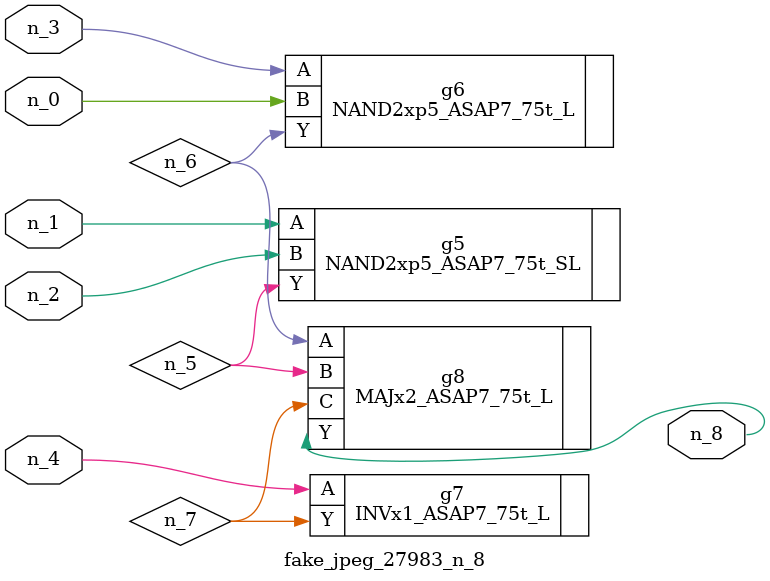
<source format=v>
module fake_jpeg_27983_n_8 (n_3, n_2, n_1, n_0, n_4, n_8);

input n_3;
input n_2;
input n_1;
input n_0;
input n_4;

output n_8;

wire n_6;
wire n_5;
wire n_7;

NAND2xp5_ASAP7_75t_SL g5 ( 
.A(n_1),
.B(n_2),
.Y(n_5)
);

NAND2xp5_ASAP7_75t_L g6 ( 
.A(n_3),
.B(n_0),
.Y(n_6)
);

INVx1_ASAP7_75t_L g7 ( 
.A(n_4),
.Y(n_7)
);

MAJx2_ASAP7_75t_L g8 ( 
.A(n_6),
.B(n_5),
.C(n_7),
.Y(n_8)
);


endmodule
</source>
